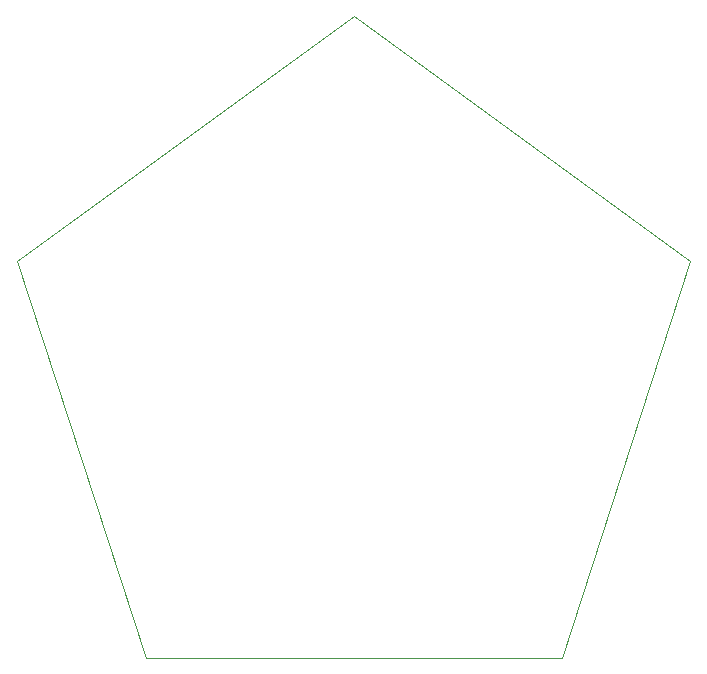
<source format=gbr>
%TF.GenerationSoftware,KiCad,Pcbnew,5.1.6-c6e7f7d~87~ubuntu18.04.1*%
%TF.CreationDate,2020-07-29T15:25:13-07:00*%
%TF.ProjectId,esp32_picod4_downpads,65737033-325f-4706-9963-6f64345f646f,rev?*%
%TF.SameCoordinates,Original*%
%TF.FileFunction,Profile,NP*%
%FSLAX46Y46*%
G04 Gerber Fmt 4.6, Leading zero omitted, Abs format (unit mm)*
G04 Created by KiCad (PCBNEW 5.1.6-c6e7f7d~87~ubuntu18.04.1) date 2020-07-29 15:25:13*
%MOMM*%
%LPD*%
G01*
G04 APERTURE LIST*
%TA.AperFunction,Profile*%
%ADD10C,0.050000*%
%TD*%
G04 APERTURE END LIST*
D10*
X100000000Y-70000000D02*
X71500000Y-90700000D01*
X128500000Y-90700000D02*
X100000000Y-70000000D01*
X82400000Y-124300000D02*
X117600000Y-124300000D01*
X117600000Y-124300000D02*
X128500000Y-90700000D01*
X71500000Y-90700000D02*
X82400000Y-124300000D01*
M02*

</source>
